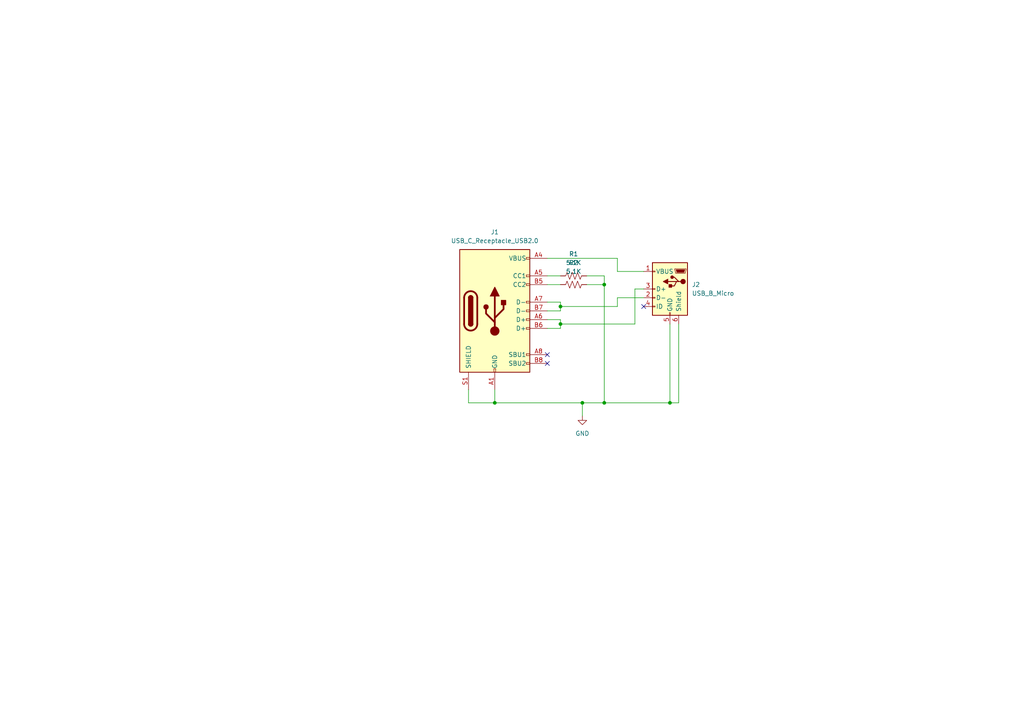
<source format=kicad_sch>
(kicad_sch (version 20211123) (generator eeschema)
  (paper "A4")
  (lib_symbols
    (symbol "Connector:USB_B_Micro" (pin_names (offset 1.016))
      (property "Reference" "J" (at -5.08 11.43 0))
      (property "Value" "USB_B_Micro" (at -5.08 8.89 0))
      (symbol "USB_B_Micro_0_1"
        (rectangle (start -5.08 -7.62) (end 5.08 7.62) (stroke (width 0.254)) (fill (type background)))
        (circle (center -3.81 2.159) (radius 0.635) (stroke (width 0.254)) (fill (type outline)))
        (circle (center -0.635 3.429) (radius 0.381) (stroke (width 0.254)) (fill (type outline)))
        (rectangle (start -0.127 -7.62) (end 0.127 -6.858))
        (polyline (pts (xy -1.905 2.159) (xy 0.635 2.159)) (stroke (width 0.254)))
        (polyline (pts (xy -3.175 2.159) (xy -2.54 2.159) (xy -1.27 3.429) (xy -0.635 3.429)) (stroke (width 0.254)))
        (polyline (pts (xy -2.54 2.159) (xy -1.905 2.159) (xy -1.27 0.889) (xy 0 0.889)) (stroke (width 0.254)))
        (polyline (pts (xy 0.635 2.794) (xy 0.635 1.524) (xy 1.905 2.159) (xy 0.635 2.794)) (stroke (width 0.254)) (fill (type outline)))
        (polyline (pts (xy -4.318 5.588) (xy -1.778 5.588) (xy -2.032 4.826) (xy -4.064 4.826) (xy -4.318 5.588)) (fill (type outline)))
        (polyline (pts (xy -4.699 5.842) (xy -4.699 5.588) (xy -4.445 4.826) (xy -4.445 4.572) (xy -1.651 4.572) (xy -1.651 4.826) (xy -1.397 5.588) (xy -1.397 5.842) (xy -4.699 5.842)))
        (rectangle (start 0.254 1.27) (end -0.508 0.508) (stroke (width 0.254)) (fill (type outline)))
        (rectangle (start 5.08 -5.207) (end 4.318 -4.953))
        (rectangle (start 5.08 -2.667) (end 4.318 -2.413))
        (rectangle (start 5.08 -0.127) (end 4.318 0.127))
        (rectangle (start 5.08 4.953) (end 4.318 5.207))
      )
      (symbol "USB_B_Micro_1_1"
        (pin power_out line (at 7.62 5.08 180) (length 2.54) (name "VBUS") (number "1"))
        (pin bidirectional line (at 7.62 -2.54 180) (length 2.54) (name "D-") (number "2"))
        (pin bidirectional line (at 7.62 0 180) (length 2.54) (name "D+") (number "3"))
        (pin passive line (at 7.62 -5.08 180) (length 2.54) (name "ID") (number "4"))
        (pin power_out line (at 0 -10.16 90) (length 2.54) (name "GND") (number "5"))
        (pin passive line (at -2.54 -10.16 90) (length 2.54) (name "Shield") (number "6"))
      )
    )
    (symbol "Connector:USB_C_Receptacle_USB2.0" (pin_names (offset 1.016))
      (property "Reference" "J" (at -10.16 19.05 0))
      (property "Value" "USB_C_Receptacle_USB2.0" (at 19.05 19.05 0))
      (symbol "USB_C_Receptacle_USB2.0_0_0"
        (rectangle (start -0.254 -17.78) (end 0.254 -16.764))
        (rectangle (start 10.16 -14.986) (end 9.144 -15.494))
        (rectangle (start 10.16 -12.446) (end 9.144 -12.954))
        (rectangle (start 10.16 -4.826) (end 9.144 -5.334))
        (rectangle (start 10.16 -2.286) (end 9.144 -2.794))
        (rectangle (start 10.16 0.254) (end 9.144 -0.254))
        (rectangle (start 10.16 2.794) (end 9.144 2.286))
        (rectangle (start 10.16 7.874) (end 9.144 7.366))
        (rectangle (start 10.16 10.414) (end 9.144 9.906))
        (rectangle (start 10.16 15.494) (end 9.144 14.986))
      )
      (symbol "USB_C_Receptacle_USB2.0_0_1"
        (rectangle (start -10.16 17.78) (end 10.16 -17.78) (stroke (width 0.254)) (fill (type background)))
        (arc (start -8.89 -3.81) (mid -6.985 -5.715) (end -5.08 -3.81) (stroke (width 0.508)))
        (arc (start -7.62 -3.81) (mid -6.985 -4.445) (end -6.35 -3.81) (stroke (width 0.254)))
        (arc (start -7.62 -3.81) (mid -6.985 -4.445) (end -6.35 -3.81) (stroke (width 0.254)) (fill (type outline)))
        (rectangle (start -7.62 -3.81) (end -6.35 3.81) (stroke (width 0.254)) (fill (type outline)))
        (arc (start -6.35 3.81) (mid -6.985 4.445) (end -7.62 3.81) (stroke (width 0.254)))
        (arc (start -6.35 3.81) (mid -6.985 4.445) (end -7.62 3.81) (stroke (width 0.254)) (fill (type outline)))
        (arc (start -5.08 3.81) (mid -6.985 5.715) (end -8.89 3.81) (stroke (width 0.508)))
        (circle (center -2.54 1.143) (radius 0.635) (stroke (width 0.254)) (fill (type outline)))
        (circle (center 0 -5.842) (radius 1.27) (fill (type outline)))
        (polyline (pts (xy -8.89 -3.81) (xy -8.89 3.81)) (stroke (width 0.508)))
        (polyline (pts (xy -5.08 3.81) (xy -5.08 -3.81)) (stroke (width 0.508)))
        (polyline (pts (xy 0 -5.842) (xy 0 4.318)) (stroke (width 0.508)))
        (polyline (pts (xy 0 -3.302) (xy -2.54 -0.762) (xy -2.54 0.508)) (stroke (width 0.508)))
        (polyline (pts (xy 0 -2.032) (xy 2.54 0.508) (xy 2.54 1.778)) (stroke (width 0.508)))
        (polyline (pts (xy -1.27 4.318) (xy 0 6.858) (xy 1.27 4.318) (xy -1.27 4.318)) (stroke (width 0.254)) (fill (type outline)))
        (rectangle (start 1.905 1.778) (end 3.175 3.048) (stroke (width 0.254)) (fill (type outline)))
      )
      (symbol "USB_C_Receptacle_USB2.0_1_1"
        (pin passive line (at 0 -22.86 90) (length 5.08) (name "GND") (number "A1"))
        (pin passive line (at 0 -22.86 90) (length 5.08) hide (name "GND") (number "A12"))
        (pin passive line (at 15.24 15.24 180) (length 5.08) (name "VBUS") (number "A4"))
        (pin bidirectional line (at 15.24 10.16 180) (length 5.08) (name "CC1") (number "A5"))
        (pin bidirectional line (at 15.24 -2.54 180) (length 5.08) (name "D+") (number "A6"))
        (pin bidirectional line (at 15.24 2.54 180) (length 5.08) (name "D-") (number "A7"))
        (pin bidirectional line (at 15.24 -12.7 180) (length 5.08) (name "SBU1") (number "A8"))
        (pin passive line (at 15.24 15.24 180) (length 5.08) hide (name "VBUS") (number "A9"))
        (pin passive line (at 0 -22.86 90) (length 5.08) hide (name "GND") (number "B1"))
        (pin passive line (at 0 -22.86 90) (length 5.08) hide (name "GND") (number "B12"))
        (pin passive line (at 15.24 15.24 180) (length 5.08) hide (name "VBUS") (number "B4"))
        (pin bidirectional line (at 15.24 7.62 180) (length 5.08) (name "CC2") (number "B5"))
        (pin bidirectional line (at 15.24 -5.08 180) (length 5.08) (name "D+") (number "B6"))
        (pin bidirectional line (at 15.24 0 180) (length 5.08) (name "D-") (number "B7"))
        (pin bidirectional line (at 15.24 -15.24 180) (length 5.08) (name "SBU2") (number "B8"))
        (pin passive line (at 15.24 15.24 180) (length 5.08) hide (name "VBUS") (number "B9"))
        (pin passive line (at -7.62 -22.86 90) (length 5.08) (name "SHIELD") (number "S1"))
      )
    )
    (symbol "Device:R_US" (pin_numbers hide) (pin_names (offset 0))
      (property "Reference" "R" (at 2.54 0 90))
      (property "Value" "R_US" (at -2.54 0 90))
      (symbol "R_US_0_1"
        (polyline (pts (xy 0 -2.286) (xy 0 -2.54)))
        (polyline (pts (xy 0 2.286) (xy 0 2.54)))
        (polyline (pts (xy 0 -0.762) (xy 1.016 -1.143) (xy 0 -1.524) (xy -1.016 -1.905) (xy 0 -2.286)))
        (polyline (pts (xy 0 0.762) (xy 1.016 0.381) (xy 0 0) (xy -1.016 -0.381) (xy 0 -0.762)))
        (polyline (pts (xy 0 2.286) (xy 1.016 1.905) (xy 0 1.524) (xy -1.016 1.143) (xy 0 0.762)))
      )
      (symbol "R_US_1_1"
        (pin passive line (at 0 3.81 270) (length 1.27) (name "~") (number "1"))
        (pin passive line (at 0 -3.81 90) (length 1.27) (name "~") (number "2"))
      )
    )
    (symbol "power:GND" (power) (pin_names (offset 0))
      (property "Value" "GND" (at 0 -3.81 0))
      (symbol "GND_0_1"
        (polyline (pts (xy 0 0) (xy 0 -1.27) (xy 1.27 -1.27) (xy 0 -2.54) (xy -1.27 -1.27) (xy 0 -1.27)))
      )
      (symbol "GND_1_1"
        (pin power_in line (at 0 0 270) (length 0) hide (name "GND") (number "1"))
      )
    )
  )
  (junction (at 175.26 116.84))
  (junction (at 162.56 88.9))
  (junction (at 175.26 82.55))
  (junction (at 194.31 116.84))
  (junction (at 162.56 93.98))
  (junction (at 143.51 116.84))
  (junction (at 168.91 116.84))
  (no_connect (at 186.69 88.9))
  (no_connect (at 158.75 105.41))
  (no_connect (at 158.75 102.87))
  (wire (pts (xy 158.75 87.63) (xy 162.56 87.63)))
  (wire (pts (xy 184.15 83.82) (xy 184.15 93.98)))
  (wire (pts (xy 162.56 87.63) (xy 162.56 88.9)))
  (wire (pts (xy 194.31 116.84) (xy 175.26 116.84)))
  (wire (pts (xy 186.69 83.82) (xy 184.15 83.82)))
  (wire (pts (xy 168.91 116.84) (xy 143.51 116.84)))
  (wire (pts (xy 143.51 116.84) (xy 143.51 113.03)))
  (wire (pts (xy 168.91 116.84) (xy 168.91 120.65)))
  (wire (pts (xy 179.07 74.93) (xy 179.07 78.74)))
  (wire (pts (xy 179.07 78.74) (xy 186.69 78.74)))
  (wire (pts (xy 175.26 82.55) (xy 175.26 116.84)))
  (wire (pts (xy 196.85 93.98) (xy 196.85 116.84)))
  (wire (pts (xy 170.18 82.55) (xy 175.26 82.55)))
  (wire (pts (xy 179.07 86.36) (xy 179.07 88.9)))
  (wire (pts (xy 194.31 93.98) (xy 194.31 116.84)))
  (wire (pts (xy 158.75 82.55) (xy 162.56 82.55)))
  (wire (pts (xy 162.56 90.17) (xy 158.75 90.17)))
  (wire (pts (xy 184.15 93.98) (xy 162.56 93.98)))
  (wire (pts (xy 135.89 113.03) (xy 135.89 116.84)))
  (wire (pts (xy 162.56 92.71) (xy 162.56 93.98)))
  (wire (pts (xy 170.18 80.01) (xy 175.26 80.01)))
  (wire (pts (xy 179.07 88.9) (xy 162.56 88.9)))
  (wire (pts (xy 158.75 92.71) (xy 162.56 92.71)))
  (wire (pts (xy 158.75 80.01) (xy 162.56 80.01)))
  (wire (pts (xy 175.26 116.84) (xy 168.91 116.84)))
  (wire (pts (xy 175.26 80.01) (xy 175.26 82.55)))
  (wire (pts (xy 162.56 95.25) (xy 158.75 95.25)))
  (wire (pts (xy 162.56 88.9) (xy 162.56 90.17)))
  (wire (pts (xy 162.56 93.98) (xy 162.56 95.25)))
  (wire (pts (xy 179.07 86.36) (xy 186.69 86.36)))
  (wire (pts (xy 158.75 74.93) (xy 179.07 74.93)))
  (wire (pts (xy 196.85 116.84) (xy 194.31 116.84)))
  (wire (pts (xy 135.89 116.84) (xy 143.51 116.84)))
  (symbol (lib_id "Device:R_US") (at 166.37 80.01 270) (unit 1)
    (property "Reference" "R1" (at 166.37 73.66 90))
    (property "Value" "5.1K" (at 166.37 76.2 90))
    (property "Footprint" "Resistor_SMD:R_0603_1608Metric" (effects hide))
  )
  (symbol (lib_id "Connector:USB_B_Micro") (at 194.31 83.82 0) (mirror y) (unit 1)
    (property "Reference" "J2" (at 200.66 82.5499 0) (effects (justify right)))
    (property "Value" "USB_B_Micro" (at 200.66 85.0899 0) (effects (justify right)))
    (property "Footprint" "Type-c:USB_Micro-B_GCT_USB3076-30-A" (effects hide))
  )
  (symbol (lib_id "Connector:USB_C_Receptacle_USB2.0") (at 143.51 90.17 0) (unit 1)
    (property "Reference" "J1" (at 143.51 67.31 0))
    (property "Value" "USB_C_Receptacle_USB2.0" (at 143.51 69.85 0))
    (property "Footprint" "Type-c:Type-C 16P Stand SMD" (effects hide))
    (property "Datasheet" "${KIPRJMOD}/Datasheet/C2936198_TYPE-C母座立贴_2021-12-24.PDF" (effects hide))
    (property "LCSC" "https://www.lcsc.com/product-detail/USB-Connectors_HDGC-TYPE-C-CQ-108PWB_C2936198.html" (effects hide))
    (property "淘寶" "https://item.taobao.com/item.htm?spm=a1z0d.7625083.1998302264.5.5c5f4e69aHlcsg&id=671554834902" (effects hide))
  )
  (symbol (lib_id "power:GND") (at 168.91 120.65 0) (unit 1)
    (property "Reference" "#PWR01" (effects hide))
    (property "Value" "GND" (at 168.91 125.73 0))
  )
  (symbol (lib_id "Device:R_US") (at 166.37 82.55 270) (unit 1)
    (property "Reference" "R2" (at 166.37 76.2 90))
    (property "Value" "5.1K" (at 166.37 78.74 90))
    (property "Footprint" "Resistor_SMD:R_0603_1608Metric" (effects hide))
  )
)
</source>
